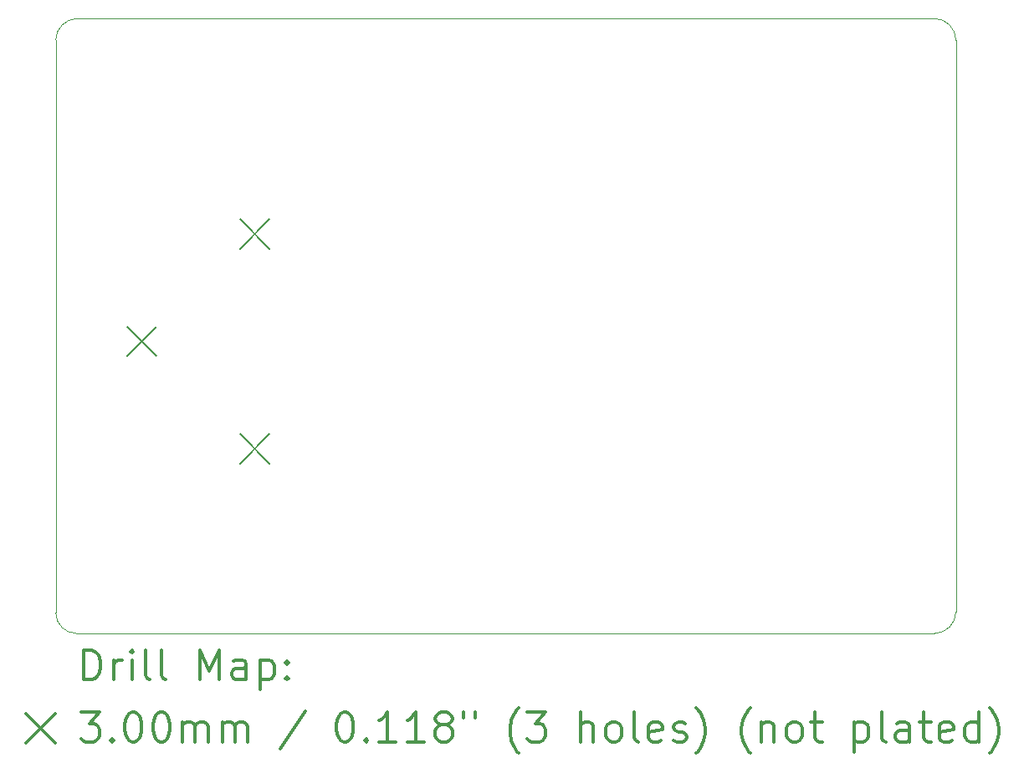
<source format=gbr>
%FSLAX45Y45*%
G04 Gerber Fmt 4.5, Leading zero omitted, Abs format (unit mm)*
G04 Created by KiCad (PCBNEW (5.1.2)-2) date 2020-01-21 19:45:33*
%MOMM*%
%LPD*%
G04 APERTURE LIST*
%ADD10C,0.050000*%
%ADD11C,0.200000*%
%ADD12C,0.300000*%
G04 APERTURE END LIST*
D10*
X20001000Y-11927000D02*
G75*
G02X19781000Y-12147000I-220000J0D01*
G01*
X19781000Y-5917000D02*
G75*
G02X20001000Y-6137000I0J-220000D01*
G01*
X11101000Y-12147000D02*
G75*
G02X10891000Y-11937000I0J210000D01*
G01*
X10891000Y-6137000D02*
G75*
G02X11111000Y-5917000I220000J0D01*
G01*
X19781000Y-5917000D02*
X11111000Y-5917000D01*
X10891000Y-6137000D02*
X10891000Y-11937000D01*
X20001000Y-6137000D02*
X20001000Y-11927000D01*
X11101000Y-12147000D02*
X19781000Y-12147000D01*
D11*
X11613400Y-9038500D02*
X11913400Y-9338500D01*
X11913400Y-9038500D02*
X11613400Y-9338500D01*
X12756400Y-7951380D02*
X13056400Y-8251380D01*
X13056400Y-7951380D02*
X12756400Y-8251380D01*
X12756400Y-10125620D02*
X13056400Y-10425620D01*
X13056400Y-10125620D02*
X12756400Y-10425620D01*
D12*
X11174928Y-12615214D02*
X11174928Y-12315214D01*
X11246357Y-12315214D01*
X11289214Y-12329500D01*
X11317786Y-12358071D01*
X11332071Y-12386643D01*
X11346357Y-12443786D01*
X11346357Y-12486643D01*
X11332071Y-12543786D01*
X11317786Y-12572357D01*
X11289214Y-12600929D01*
X11246357Y-12615214D01*
X11174928Y-12615214D01*
X11474928Y-12615214D02*
X11474928Y-12415214D01*
X11474928Y-12472357D02*
X11489214Y-12443786D01*
X11503500Y-12429500D01*
X11532071Y-12415214D01*
X11560643Y-12415214D01*
X11660643Y-12615214D02*
X11660643Y-12415214D01*
X11660643Y-12315214D02*
X11646357Y-12329500D01*
X11660643Y-12343786D01*
X11674928Y-12329500D01*
X11660643Y-12315214D01*
X11660643Y-12343786D01*
X11846357Y-12615214D02*
X11817786Y-12600929D01*
X11803500Y-12572357D01*
X11803500Y-12315214D01*
X12003500Y-12615214D02*
X11974928Y-12600929D01*
X11960643Y-12572357D01*
X11960643Y-12315214D01*
X12346357Y-12615214D02*
X12346357Y-12315214D01*
X12446357Y-12529500D01*
X12546357Y-12315214D01*
X12546357Y-12615214D01*
X12817786Y-12615214D02*
X12817786Y-12458071D01*
X12803500Y-12429500D01*
X12774928Y-12415214D01*
X12717786Y-12415214D01*
X12689214Y-12429500D01*
X12817786Y-12600929D02*
X12789214Y-12615214D01*
X12717786Y-12615214D01*
X12689214Y-12600929D01*
X12674928Y-12572357D01*
X12674928Y-12543786D01*
X12689214Y-12515214D01*
X12717786Y-12500929D01*
X12789214Y-12500929D01*
X12817786Y-12486643D01*
X12960643Y-12415214D02*
X12960643Y-12715214D01*
X12960643Y-12429500D02*
X12989214Y-12415214D01*
X13046357Y-12415214D01*
X13074928Y-12429500D01*
X13089214Y-12443786D01*
X13103500Y-12472357D01*
X13103500Y-12558071D01*
X13089214Y-12586643D01*
X13074928Y-12600929D01*
X13046357Y-12615214D01*
X12989214Y-12615214D01*
X12960643Y-12600929D01*
X13232071Y-12586643D02*
X13246357Y-12600929D01*
X13232071Y-12615214D01*
X13217786Y-12600929D01*
X13232071Y-12586643D01*
X13232071Y-12615214D01*
X13232071Y-12429500D02*
X13246357Y-12443786D01*
X13232071Y-12458071D01*
X13217786Y-12443786D01*
X13232071Y-12429500D01*
X13232071Y-12458071D01*
X10588500Y-12959500D02*
X10888500Y-13259500D01*
X10888500Y-12959500D02*
X10588500Y-13259500D01*
X11146357Y-12945214D02*
X11332071Y-12945214D01*
X11232071Y-13059500D01*
X11274928Y-13059500D01*
X11303500Y-13073786D01*
X11317786Y-13088071D01*
X11332071Y-13116643D01*
X11332071Y-13188071D01*
X11317786Y-13216643D01*
X11303500Y-13230929D01*
X11274928Y-13245214D01*
X11189214Y-13245214D01*
X11160643Y-13230929D01*
X11146357Y-13216643D01*
X11460643Y-13216643D02*
X11474928Y-13230929D01*
X11460643Y-13245214D01*
X11446357Y-13230929D01*
X11460643Y-13216643D01*
X11460643Y-13245214D01*
X11660643Y-12945214D02*
X11689214Y-12945214D01*
X11717786Y-12959500D01*
X11732071Y-12973786D01*
X11746357Y-13002357D01*
X11760643Y-13059500D01*
X11760643Y-13130929D01*
X11746357Y-13188071D01*
X11732071Y-13216643D01*
X11717786Y-13230929D01*
X11689214Y-13245214D01*
X11660643Y-13245214D01*
X11632071Y-13230929D01*
X11617786Y-13216643D01*
X11603500Y-13188071D01*
X11589214Y-13130929D01*
X11589214Y-13059500D01*
X11603500Y-13002357D01*
X11617786Y-12973786D01*
X11632071Y-12959500D01*
X11660643Y-12945214D01*
X11946357Y-12945214D02*
X11974928Y-12945214D01*
X12003500Y-12959500D01*
X12017786Y-12973786D01*
X12032071Y-13002357D01*
X12046357Y-13059500D01*
X12046357Y-13130929D01*
X12032071Y-13188071D01*
X12017786Y-13216643D01*
X12003500Y-13230929D01*
X11974928Y-13245214D01*
X11946357Y-13245214D01*
X11917786Y-13230929D01*
X11903500Y-13216643D01*
X11889214Y-13188071D01*
X11874928Y-13130929D01*
X11874928Y-13059500D01*
X11889214Y-13002357D01*
X11903500Y-12973786D01*
X11917786Y-12959500D01*
X11946357Y-12945214D01*
X12174928Y-13245214D02*
X12174928Y-13045214D01*
X12174928Y-13073786D02*
X12189214Y-13059500D01*
X12217786Y-13045214D01*
X12260643Y-13045214D01*
X12289214Y-13059500D01*
X12303500Y-13088071D01*
X12303500Y-13245214D01*
X12303500Y-13088071D02*
X12317786Y-13059500D01*
X12346357Y-13045214D01*
X12389214Y-13045214D01*
X12417786Y-13059500D01*
X12432071Y-13088071D01*
X12432071Y-13245214D01*
X12574928Y-13245214D02*
X12574928Y-13045214D01*
X12574928Y-13073786D02*
X12589214Y-13059500D01*
X12617786Y-13045214D01*
X12660643Y-13045214D01*
X12689214Y-13059500D01*
X12703500Y-13088071D01*
X12703500Y-13245214D01*
X12703500Y-13088071D02*
X12717786Y-13059500D01*
X12746357Y-13045214D01*
X12789214Y-13045214D01*
X12817786Y-13059500D01*
X12832071Y-13088071D01*
X12832071Y-13245214D01*
X13417786Y-12930929D02*
X13160643Y-13316643D01*
X13803500Y-12945214D02*
X13832071Y-12945214D01*
X13860643Y-12959500D01*
X13874928Y-12973786D01*
X13889214Y-13002357D01*
X13903500Y-13059500D01*
X13903500Y-13130929D01*
X13889214Y-13188071D01*
X13874928Y-13216643D01*
X13860643Y-13230929D01*
X13832071Y-13245214D01*
X13803500Y-13245214D01*
X13774928Y-13230929D01*
X13760643Y-13216643D01*
X13746357Y-13188071D01*
X13732071Y-13130929D01*
X13732071Y-13059500D01*
X13746357Y-13002357D01*
X13760643Y-12973786D01*
X13774928Y-12959500D01*
X13803500Y-12945214D01*
X14032071Y-13216643D02*
X14046357Y-13230929D01*
X14032071Y-13245214D01*
X14017786Y-13230929D01*
X14032071Y-13216643D01*
X14032071Y-13245214D01*
X14332071Y-13245214D02*
X14160643Y-13245214D01*
X14246357Y-13245214D02*
X14246357Y-12945214D01*
X14217786Y-12988071D01*
X14189214Y-13016643D01*
X14160643Y-13030929D01*
X14617786Y-13245214D02*
X14446357Y-13245214D01*
X14532071Y-13245214D02*
X14532071Y-12945214D01*
X14503500Y-12988071D01*
X14474928Y-13016643D01*
X14446357Y-13030929D01*
X14789214Y-13073786D02*
X14760643Y-13059500D01*
X14746357Y-13045214D01*
X14732071Y-13016643D01*
X14732071Y-13002357D01*
X14746357Y-12973786D01*
X14760643Y-12959500D01*
X14789214Y-12945214D01*
X14846357Y-12945214D01*
X14874928Y-12959500D01*
X14889214Y-12973786D01*
X14903500Y-13002357D01*
X14903500Y-13016643D01*
X14889214Y-13045214D01*
X14874928Y-13059500D01*
X14846357Y-13073786D01*
X14789214Y-13073786D01*
X14760643Y-13088071D01*
X14746357Y-13102357D01*
X14732071Y-13130929D01*
X14732071Y-13188071D01*
X14746357Y-13216643D01*
X14760643Y-13230929D01*
X14789214Y-13245214D01*
X14846357Y-13245214D01*
X14874928Y-13230929D01*
X14889214Y-13216643D01*
X14903500Y-13188071D01*
X14903500Y-13130929D01*
X14889214Y-13102357D01*
X14874928Y-13088071D01*
X14846357Y-13073786D01*
X15017786Y-12945214D02*
X15017786Y-13002357D01*
X15132071Y-12945214D02*
X15132071Y-13002357D01*
X15574928Y-13359500D02*
X15560643Y-13345214D01*
X15532071Y-13302357D01*
X15517786Y-13273786D01*
X15503500Y-13230929D01*
X15489214Y-13159500D01*
X15489214Y-13102357D01*
X15503500Y-13030929D01*
X15517786Y-12988071D01*
X15532071Y-12959500D01*
X15560643Y-12916643D01*
X15574928Y-12902357D01*
X15660643Y-12945214D02*
X15846357Y-12945214D01*
X15746357Y-13059500D01*
X15789214Y-13059500D01*
X15817786Y-13073786D01*
X15832071Y-13088071D01*
X15846357Y-13116643D01*
X15846357Y-13188071D01*
X15832071Y-13216643D01*
X15817786Y-13230929D01*
X15789214Y-13245214D01*
X15703500Y-13245214D01*
X15674928Y-13230929D01*
X15660643Y-13216643D01*
X16203500Y-13245214D02*
X16203500Y-12945214D01*
X16332071Y-13245214D02*
X16332071Y-13088071D01*
X16317786Y-13059500D01*
X16289214Y-13045214D01*
X16246357Y-13045214D01*
X16217786Y-13059500D01*
X16203500Y-13073786D01*
X16517786Y-13245214D02*
X16489214Y-13230929D01*
X16474928Y-13216643D01*
X16460643Y-13188071D01*
X16460643Y-13102357D01*
X16474928Y-13073786D01*
X16489214Y-13059500D01*
X16517786Y-13045214D01*
X16560643Y-13045214D01*
X16589214Y-13059500D01*
X16603500Y-13073786D01*
X16617786Y-13102357D01*
X16617786Y-13188071D01*
X16603500Y-13216643D01*
X16589214Y-13230929D01*
X16560643Y-13245214D01*
X16517786Y-13245214D01*
X16789214Y-13245214D02*
X16760643Y-13230929D01*
X16746357Y-13202357D01*
X16746357Y-12945214D01*
X17017786Y-13230929D02*
X16989214Y-13245214D01*
X16932071Y-13245214D01*
X16903500Y-13230929D01*
X16889214Y-13202357D01*
X16889214Y-13088071D01*
X16903500Y-13059500D01*
X16932071Y-13045214D01*
X16989214Y-13045214D01*
X17017786Y-13059500D01*
X17032071Y-13088071D01*
X17032071Y-13116643D01*
X16889214Y-13145214D01*
X17146357Y-13230929D02*
X17174928Y-13245214D01*
X17232071Y-13245214D01*
X17260643Y-13230929D01*
X17274928Y-13202357D01*
X17274928Y-13188071D01*
X17260643Y-13159500D01*
X17232071Y-13145214D01*
X17189214Y-13145214D01*
X17160643Y-13130929D01*
X17146357Y-13102357D01*
X17146357Y-13088071D01*
X17160643Y-13059500D01*
X17189214Y-13045214D01*
X17232071Y-13045214D01*
X17260643Y-13059500D01*
X17374928Y-13359500D02*
X17389214Y-13345214D01*
X17417786Y-13302357D01*
X17432071Y-13273786D01*
X17446357Y-13230929D01*
X17460643Y-13159500D01*
X17460643Y-13102357D01*
X17446357Y-13030929D01*
X17432071Y-12988071D01*
X17417786Y-12959500D01*
X17389214Y-12916643D01*
X17374928Y-12902357D01*
X17917786Y-13359500D02*
X17903500Y-13345214D01*
X17874928Y-13302357D01*
X17860643Y-13273786D01*
X17846357Y-13230929D01*
X17832071Y-13159500D01*
X17832071Y-13102357D01*
X17846357Y-13030929D01*
X17860643Y-12988071D01*
X17874928Y-12959500D01*
X17903500Y-12916643D01*
X17917786Y-12902357D01*
X18032071Y-13045214D02*
X18032071Y-13245214D01*
X18032071Y-13073786D02*
X18046357Y-13059500D01*
X18074928Y-13045214D01*
X18117786Y-13045214D01*
X18146357Y-13059500D01*
X18160643Y-13088071D01*
X18160643Y-13245214D01*
X18346357Y-13245214D02*
X18317786Y-13230929D01*
X18303500Y-13216643D01*
X18289214Y-13188071D01*
X18289214Y-13102357D01*
X18303500Y-13073786D01*
X18317786Y-13059500D01*
X18346357Y-13045214D01*
X18389214Y-13045214D01*
X18417786Y-13059500D01*
X18432071Y-13073786D01*
X18446357Y-13102357D01*
X18446357Y-13188071D01*
X18432071Y-13216643D01*
X18417786Y-13230929D01*
X18389214Y-13245214D01*
X18346357Y-13245214D01*
X18532071Y-13045214D02*
X18646357Y-13045214D01*
X18574928Y-12945214D02*
X18574928Y-13202357D01*
X18589214Y-13230929D01*
X18617786Y-13245214D01*
X18646357Y-13245214D01*
X18974928Y-13045214D02*
X18974928Y-13345214D01*
X18974928Y-13059500D02*
X19003500Y-13045214D01*
X19060643Y-13045214D01*
X19089214Y-13059500D01*
X19103500Y-13073786D01*
X19117786Y-13102357D01*
X19117786Y-13188071D01*
X19103500Y-13216643D01*
X19089214Y-13230929D01*
X19060643Y-13245214D01*
X19003500Y-13245214D01*
X18974928Y-13230929D01*
X19289214Y-13245214D02*
X19260643Y-13230929D01*
X19246357Y-13202357D01*
X19246357Y-12945214D01*
X19532071Y-13245214D02*
X19532071Y-13088071D01*
X19517786Y-13059500D01*
X19489214Y-13045214D01*
X19432071Y-13045214D01*
X19403500Y-13059500D01*
X19532071Y-13230929D02*
X19503500Y-13245214D01*
X19432071Y-13245214D01*
X19403500Y-13230929D01*
X19389214Y-13202357D01*
X19389214Y-13173786D01*
X19403500Y-13145214D01*
X19432071Y-13130929D01*
X19503500Y-13130929D01*
X19532071Y-13116643D01*
X19632071Y-13045214D02*
X19746357Y-13045214D01*
X19674928Y-12945214D02*
X19674928Y-13202357D01*
X19689214Y-13230929D01*
X19717786Y-13245214D01*
X19746357Y-13245214D01*
X19960643Y-13230929D02*
X19932071Y-13245214D01*
X19874928Y-13245214D01*
X19846357Y-13230929D01*
X19832071Y-13202357D01*
X19832071Y-13088071D01*
X19846357Y-13059500D01*
X19874928Y-13045214D01*
X19932071Y-13045214D01*
X19960643Y-13059500D01*
X19974928Y-13088071D01*
X19974928Y-13116643D01*
X19832071Y-13145214D01*
X20232071Y-13245214D02*
X20232071Y-12945214D01*
X20232071Y-13230929D02*
X20203500Y-13245214D01*
X20146357Y-13245214D01*
X20117786Y-13230929D01*
X20103500Y-13216643D01*
X20089214Y-13188071D01*
X20089214Y-13102357D01*
X20103500Y-13073786D01*
X20117786Y-13059500D01*
X20146357Y-13045214D01*
X20203500Y-13045214D01*
X20232071Y-13059500D01*
X20346357Y-13359500D02*
X20360643Y-13345214D01*
X20389214Y-13302357D01*
X20403500Y-13273786D01*
X20417786Y-13230929D01*
X20432071Y-13159500D01*
X20432071Y-13102357D01*
X20417786Y-13030929D01*
X20403500Y-12988071D01*
X20389214Y-12959500D01*
X20360643Y-12916643D01*
X20346357Y-12902357D01*
M02*

</source>
